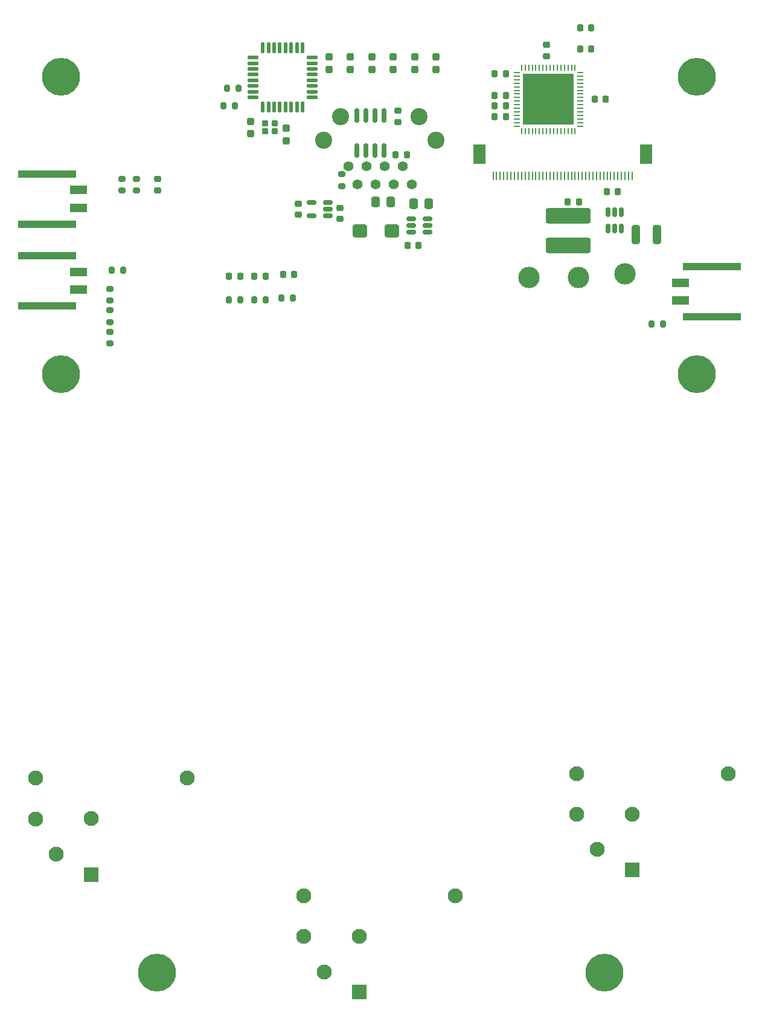
<source format=gbr>
%TF.GenerationSoftware,KiCad,Pcbnew,9.0.7*%
%TF.CreationDate,2026-02-11T01:53:08-08:00*%
%TF.ProjectId,steering_wheel,73746565-7269-46e6-975f-776865656c2e,rev?*%
%TF.SameCoordinates,Original*%
%TF.FileFunction,Soldermask,Top*%
%TF.FilePolarity,Negative*%
%FSLAX46Y46*%
G04 Gerber Fmt 4.6, Leading zero omitted, Abs format (unit mm)*
G04 Created by KiCad (PCBNEW 9.0.7) date 2026-02-11 01:53:08*
%MOMM*%
%LPD*%
G01*
G04 APERTURE LIST*
G04 Aperture macros list*
%AMRoundRect*
0 Rectangle with rounded corners*
0 $1 Rounding radius*
0 $2 $3 $4 $5 $6 $7 $8 $9 X,Y pos of 4 corners*
0 Add a 4 corners polygon primitive as box body*
4,1,4,$2,$3,$4,$5,$6,$7,$8,$9,$2,$3,0*
0 Add four circle primitives for the rounded corners*
1,1,$1+$1,$2,$3*
1,1,$1+$1,$4,$5*
1,1,$1+$1,$6,$7*
1,1,$1+$1,$8,$9*
0 Add four rect primitives between the rounded corners*
20,1,$1+$1,$2,$3,$4,$5,0*
20,1,$1+$1,$4,$5,$6,$7,0*
20,1,$1+$1,$6,$7,$8,$9,0*
20,1,$1+$1,$8,$9,$2,$3,0*%
G04 Aperture macros list end*
%ADD10R,2.489200X1.244600*%
%ADD11R,8.204200X1.092200*%
%ADD12RoundRect,0.225000X0.225000X0.250000X-0.225000X0.250000X-0.225000X-0.250000X0.225000X-0.250000X0*%
%ADD13C,5.300000*%
%ADD14RoundRect,0.250000X-0.337500X-0.475000X0.337500X-0.475000X0.337500X0.475000X-0.337500X0.475000X0*%
%ADD15R,2.100000X2.100000*%
%ADD16C,2.100000*%
%ADD17RoundRect,0.225000X-0.225000X-0.250000X0.225000X-0.250000X0.225000X0.250000X-0.225000X0.250000X0*%
%ADD18RoundRect,0.200000X-0.275000X0.200000X-0.275000X-0.200000X0.275000X-0.200000X0.275000X0.200000X0*%
%ADD19RoundRect,0.237500X-0.237500X0.300000X-0.237500X-0.300000X0.237500X-0.300000X0.237500X0.300000X0*%
%ADD20RoundRect,0.200000X-0.200000X-0.275000X0.200000X-0.275000X0.200000X0.275000X-0.200000X0.275000X0*%
%ADD21RoundRect,0.250000X-0.312500X-1.075000X0.312500X-1.075000X0.312500X1.075000X-0.312500X1.075000X0*%
%ADD22R,0.254000X1.295400*%
%ADD23R,1.727200X2.794000*%
%ADD24RoundRect,0.250000X0.337500X0.475000X-0.337500X0.475000X-0.337500X-0.475000X0.337500X-0.475000X0*%
%ADD25RoundRect,0.200000X0.200000X0.275000X-0.200000X0.275000X-0.200000X-0.275000X0.200000X-0.275000X0*%
%ADD26RoundRect,0.225000X0.250000X-0.225000X0.250000X0.225000X-0.250000X0.225000X-0.250000X-0.225000X0*%
%ADD27RoundRect,0.237500X0.237500X-0.287500X0.237500X0.287500X-0.237500X0.287500X-0.237500X-0.287500X0*%
%ADD28RoundRect,0.150000X0.150000X-0.512500X0.150000X0.512500X-0.150000X0.512500X-0.150000X-0.512500X0*%
%ADD29RoundRect,0.062500X-0.062500X0.350000X-0.062500X-0.350000X0.062500X-0.350000X0.062500X0.350000X0*%
%ADD30RoundRect,0.062500X-0.350000X0.062500X-0.350000X-0.062500X0.350000X-0.062500X0.350000X0.062500X0*%
%ADD31R,7.150000X7.150000*%
%ADD32RoundRect,0.237500X0.237500X-0.300000X0.237500X0.300000X-0.237500X0.300000X-0.237500X-0.300000X0*%
%ADD33C,3.000000*%
%ADD34RoundRect,0.200000X0.275000X-0.200000X0.275000X0.200000X-0.275000X0.200000X-0.275000X-0.200000X0*%
%ADD35RoundRect,0.150000X0.512500X0.150000X-0.512500X0.150000X-0.512500X-0.150000X0.512500X-0.150000X0*%
%ADD36RoundRect,0.200000X0.250000X0.200000X-0.250000X0.200000X-0.250000X-0.200000X0.250000X-0.200000X0*%
%ADD37RoundRect,0.250000X0.750000X0.650000X-0.750000X0.650000X-0.750000X-0.650000X0.750000X-0.650000X0*%
%ADD38RoundRect,0.322500X2.827500X-0.752500X2.827500X0.752500X-2.827500X0.752500X-2.827500X-0.752500X0*%
%ADD39RoundRect,0.150000X-0.150000X0.825000X-0.150000X-0.825000X0.150000X-0.825000X0.150000X0.825000X0*%
%ADD40RoundRect,0.125000X0.125000X-0.625000X0.125000X0.625000X-0.125000X0.625000X-0.125000X-0.625000X0*%
%ADD41RoundRect,0.125000X0.625000X-0.125000X0.625000X0.125000X-0.625000X0.125000X-0.625000X-0.125000X0*%
%ADD42RoundRect,0.225000X-0.250000X0.225000X-0.250000X-0.225000X0.250000X-0.225000X0.250000X0.225000X0*%
%ADD43C,1.400000*%
%ADD44C,2.400000*%
G04 APERTURE END LIST*
D10*
%TO.C,J5*%
X10389998Y-22229999D03*
X10389998Y-19729999D03*
D11*
X6000000Y-17459998D03*
X6000000Y-24500000D03*
%TD*%
D12*
%TO.C,C24*%
X86000000Y-8500000D03*
X84450000Y-8500000D03*
%TD*%
D13*
%TO.C,REF\u002A\u002A*%
X7874000Y-34036000D03*
%TD*%
D14*
%TO.C,C1*%
X57382500Y-10160000D03*
X59457500Y-10160000D03*
%TD*%
D12*
%TO.C,C13*%
X70275000Y2000000D03*
X68725000Y2000000D03*
%TD*%
D15*
%TO.C,S1*%
X88028000Y-103472000D03*
D16*
X83097000Y-100625000D03*
X80250000Y-95694000D03*
X80250000Y-90000000D03*
X88047000Y-95675000D03*
X101500000Y-90000000D03*
%TD*%
D13*
%TO.C,REF\u002A\u002A*%
X7874000Y7620000D03*
%TD*%
D17*
%TO.C,C15*%
X82725000Y4500000D03*
X84275000Y4500000D03*
%TD*%
D18*
%TO.C,R6*%
X14732000Y-28107000D03*
X14732000Y-29757000D03*
%TD*%
D12*
%TO.C,C14*%
X70275000Y8000000D03*
X68725000Y8000000D03*
%TD*%
D19*
%TO.C,C22*%
X48500000Y10362500D03*
X48500000Y8637500D03*
%TD*%
D17*
%TO.C,C2*%
X56479000Y-16002000D03*
X58029000Y-16002000D03*
%TD*%
D20*
%TO.C,R4*%
X15000000Y-19500000D03*
X16650000Y-19500000D03*
%TD*%
D17*
%TO.C,C10*%
X68725000Y3500000D03*
X70275000Y3500000D03*
%TD*%
D21*
%TO.C,R11*%
X88537500Y-14500000D03*
X91462500Y-14500000D03*
%TD*%
D10*
%TO.C,J6*%
X94816601Y-21250000D03*
X94816601Y-23750000D03*
D11*
X99206599Y-26020001D03*
X99206599Y-18979999D03*
%TD*%
D13*
%TO.C,REF\u002A\u002A*%
X21336000Y-117856000D03*
%TD*%
D19*
%TO.C,C23*%
X45500000Y10362500D03*
X45500000Y8637500D03*
%TD*%
D15*
%TO.C,S2*%
X49731000Y-120607000D03*
D16*
X44800000Y-117760000D03*
X41953000Y-112829000D03*
X41953000Y-107135000D03*
X49750000Y-112810000D03*
X63203000Y-107135000D03*
%TD*%
D22*
%TO.C,J4*%
X88000000Y-6277800D03*
X87499998Y-6277800D03*
X86999999Y-6277800D03*
X86500000Y-6277800D03*
X85999999Y-6277800D03*
X85500000Y-6277800D03*
X84999998Y-6277800D03*
X84499999Y-6277800D03*
X84000000Y-6277800D03*
X83499999Y-6277800D03*
X83000000Y-6277800D03*
X82499998Y-6277800D03*
X81999999Y-6277800D03*
X81500000Y-6277800D03*
X80999999Y-6277800D03*
X80500000Y-6277800D03*
X79999998Y-6277800D03*
X79499999Y-6277800D03*
X79000000Y-6277800D03*
X78499999Y-6277800D03*
X77999999Y-6277800D03*
X77499998Y-6277800D03*
X76999999Y-6277800D03*
X76500000Y-6277800D03*
X75999998Y-6277800D03*
X75499999Y-6277800D03*
X74999998Y-6277800D03*
X74499999Y-6277800D03*
X74000000Y-6277800D03*
X73499998Y-6277800D03*
X72999999Y-6277800D03*
X72500000Y-6277800D03*
X71999999Y-6277800D03*
X71500000Y-6277800D03*
X70999998Y-6277800D03*
X70499999Y-6277800D03*
X70000000Y-6277800D03*
X69499999Y-6277800D03*
X69000000Y-6277800D03*
X68499998Y-6277800D03*
D23*
X89939998Y-3197801D03*
X66560000Y-3197801D03*
%TD*%
D12*
%TO.C,C11*%
X70275000Y5000000D03*
X68725000Y5000000D03*
%TD*%
D17*
%TO.C,C6*%
X54838000Y-3302000D03*
X56388000Y-3302000D03*
%TD*%
D13*
%TO.C,REF\u002A\u002A*%
X84074000Y-117856000D03*
%TD*%
D24*
%TO.C,C3*%
X54123500Y-9906000D03*
X52048500Y-9906000D03*
%TD*%
D15*
%TO.C,S3*%
X12153000Y-104125000D03*
D16*
X7222000Y-101278000D03*
X4375000Y-96347000D03*
X4375000Y-90653000D03*
X12172000Y-96328000D03*
X25625000Y-90653000D03*
%TD*%
D19*
%TO.C,C19*%
X60490000Y10362500D03*
X60490000Y8637500D03*
%TD*%
D25*
%TO.C,R9*%
X40449000Y-23368000D03*
X38799000Y-23368000D03*
%TD*%
D10*
%TO.C,J3*%
X10389998Y-10765199D03*
X10389998Y-8265199D03*
D11*
X6000000Y-5995198D03*
X6000000Y-13035200D03*
%TD*%
D26*
%TO.C,C4*%
X47034000Y-12293000D03*
X47034000Y-10743000D03*
%TD*%
D13*
%TO.C,REF\u002A\u002A*%
X97028000Y-34036000D03*
%TD*%
D25*
%TO.C,R7*%
X92325000Y-27000000D03*
X90675000Y-27000000D03*
%TD*%
D27*
%TO.C,FB1*%
X51500000Y8625000D03*
X51500000Y10375000D03*
%TD*%
D28*
%TO.C,U7*%
X84600000Y-13637500D03*
X85550000Y-13637500D03*
X86500000Y-13637500D03*
X86500000Y-11362500D03*
X85550000Y-11362500D03*
X84600000Y-11362500D03*
%TD*%
D19*
%TO.C,C20*%
X57500000Y10362500D03*
X57500000Y8637500D03*
%TD*%
D29*
%TO.C,U4*%
X80000000Y8875000D03*
X79500000Y8875000D03*
X79000000Y8875000D03*
X78500000Y8875000D03*
X78000000Y8875000D03*
X77500000Y8875000D03*
X77000000Y8875000D03*
X76500000Y8875000D03*
X76000000Y8875000D03*
X75500000Y8875000D03*
X75000000Y8875000D03*
X74500000Y8875000D03*
X74000000Y8875000D03*
X73500000Y8875000D03*
X73000000Y8875000D03*
X72500000Y8875000D03*
D30*
X71812500Y8187500D03*
X71812500Y7687500D03*
X71812500Y7187500D03*
X71812500Y6687500D03*
X71812500Y6187500D03*
X71812500Y5687500D03*
X71812500Y5187500D03*
X71812500Y4687500D03*
X71812500Y4187500D03*
X71812500Y3687500D03*
X71812500Y3187500D03*
X71812500Y2687500D03*
X71812500Y2187500D03*
X71812500Y1687500D03*
X71812500Y1187500D03*
X71812500Y687500D03*
D29*
X72500000Y0D03*
X73000000Y0D03*
X73500000Y0D03*
X74000000Y0D03*
X74500000Y0D03*
X75000000Y0D03*
X75500000Y0D03*
X76000000Y0D03*
X76500000Y0D03*
X77000000Y0D03*
X77500000Y0D03*
X78000000Y0D03*
X78500000Y0D03*
X79000000Y0D03*
X79500000Y0D03*
X80000000Y0D03*
D30*
X80687500Y687500D03*
X80687500Y1187500D03*
X80687500Y1687500D03*
X80687500Y2187500D03*
X80687500Y2687500D03*
X80687500Y3187500D03*
X80687500Y3687500D03*
X80687500Y4187500D03*
X80687500Y4687500D03*
X80687500Y5187500D03*
X80687500Y5687500D03*
X80687500Y6187500D03*
X80687500Y6687500D03*
X80687500Y7187500D03*
X80687500Y7687500D03*
X80687500Y8187500D03*
D31*
X76250000Y4437500D03*
%TD*%
D18*
%TO.C,R5*%
X14732000Y-22107000D03*
X14732000Y-23757000D03*
%TD*%
D25*
%TO.C,R12*%
X33083000Y-23622000D03*
X31433000Y-23622000D03*
%TD*%
D32*
%TO.C,C16*%
X34500000Y-362500D03*
X34500000Y1362500D03*
%TD*%
D17*
%TO.C,C29*%
X31483000Y-20320000D03*
X33033000Y-20320000D03*
%TD*%
%TO.C,C27*%
X39034000Y-20066000D03*
X40584000Y-20066000D03*
%TD*%
D18*
%TO.C,R17*%
X18500000Y-6675000D03*
X18500000Y-8325000D03*
%TD*%
D17*
%TO.C,C8*%
X80725000Y14460000D03*
X82275000Y14460000D03*
%TD*%
D33*
%TO.C,J10*%
X73500000Y-20500000D03*
%TD*%
D13*
%TO.C,REF\u002A\u002A*%
X97028000Y7620000D03*
%TD*%
D34*
%TO.C,R18*%
X47244000Y-7683000D03*
X47244000Y-6033000D03*
%TD*%
D35*
%TO.C,U1*%
X59303500Y-14158000D03*
X59303500Y-13208000D03*
X59303500Y-12258000D03*
X57028500Y-12258000D03*
X57028500Y-13208000D03*
X57028500Y-14158000D03*
%TD*%
D19*
%TO.C,C17*%
X39500000Y362500D03*
X39500000Y-1362500D03*
%TD*%
D26*
%TO.C,C26*%
X21500000Y-8275000D03*
X21500000Y-6725000D03*
%TD*%
D36*
%TO.C,Y1*%
X37900000Y1050000D03*
X36500000Y1050000D03*
X36500000Y-50000D03*
X37900000Y-50000D03*
%TD*%
D17*
%TO.C,C9*%
X80725000Y11500000D03*
X82275000Y11500000D03*
%TD*%
D25*
%TO.C,R1*%
X32325000Y3500000D03*
X30675000Y3500000D03*
%TD*%
D37*
%TO.C,L1*%
X54320000Y-13970000D03*
X49820000Y-13970000D03*
%TD*%
D33*
%TO.C,J11*%
X87000000Y-20000000D03*
%TD*%
D18*
%TO.C,R3*%
X14732000Y-25107000D03*
X14732000Y-26757000D03*
%TD*%
D25*
%TO.C,R10*%
X36639000Y-23622000D03*
X34989000Y-23622000D03*
%TD*%
D38*
%TO.C,L2*%
X79000000Y-16000000D03*
X79000000Y-11850000D03*
%TD*%
D33*
%TO.C,J12*%
X80500000Y-20500000D03*
%TD*%
D39*
%TO.C,U3*%
X53213000Y2221000D03*
X51943000Y2221000D03*
X50673000Y2221000D03*
X49403000Y2221000D03*
X49403000Y-2729000D03*
X50673000Y-2729000D03*
X51943000Y-2729000D03*
X53213000Y-2729000D03*
%TD*%
D35*
%TO.C,U2*%
X45333500Y-11872000D03*
X45333500Y-10922000D03*
X45333500Y-9972000D03*
X43058500Y-9972000D03*
X43058500Y-11872000D03*
%TD*%
D40*
%TO.C,U5*%
X36200000Y3325000D03*
X37000000Y3325000D03*
X37800000Y3325000D03*
X38600000Y3325000D03*
X39400000Y3325000D03*
X40200000Y3325000D03*
X41000000Y3325000D03*
X41800000Y3325000D03*
D41*
X43175000Y4700000D03*
X43175000Y5500000D03*
X43175000Y6300000D03*
X43175000Y7100000D03*
X43175000Y7900000D03*
X43175000Y8700000D03*
X43175000Y9500000D03*
X43175000Y10300000D03*
D40*
X41800000Y11675000D03*
X41000000Y11675000D03*
X40200000Y11675000D03*
X39400000Y11675000D03*
X38600000Y11675000D03*
X37800000Y11675000D03*
X37000000Y11675000D03*
X36200000Y11675000D03*
D41*
X34825000Y10300000D03*
X34825000Y9500000D03*
X34825000Y8700000D03*
X34825000Y7900000D03*
X34825000Y7100000D03*
X34825000Y6300000D03*
X34825000Y5500000D03*
X34825000Y4700000D03*
%TD*%
D17*
%TO.C,C28*%
X35039000Y-20320000D03*
X36589000Y-20320000D03*
%TD*%
%TO.C,C25*%
X78981000Y-9906000D03*
X80531000Y-9906000D03*
%TD*%
D26*
%TO.C,C12*%
X76000000Y10500000D03*
X76000000Y12050000D03*
%TD*%
%TO.C,C5*%
X41196000Y-11697000D03*
X41196000Y-10147000D03*
%TD*%
D20*
%TO.C,R2*%
X31175000Y6000000D03*
X32825000Y6000000D03*
%TD*%
D42*
%TO.C,C7*%
X55118000Y2820000D03*
X55118000Y1270000D03*
%TD*%
D19*
%TO.C,C21*%
X54500000Y10362500D03*
X54500000Y8637500D03*
%TD*%
D34*
%TO.C,R8*%
X16500000Y-8325000D03*
X16500000Y-6675000D03*
%TD*%
D43*
%TO.C,J1*%
X49450000Y-7470000D03*
X48180000Y-4920000D03*
X50720000Y-4920000D03*
X53260000Y-4920000D03*
X51990000Y-7470000D03*
X54530000Y-7470000D03*
X57070000Y-7470000D03*
X55800000Y-4920000D03*
D44*
X60500000Y-1320000D03*
X44750000Y-1320000D03*
X47125000Y2000000D03*
X58125000Y2000000D03*
%TD*%
M02*

</source>
